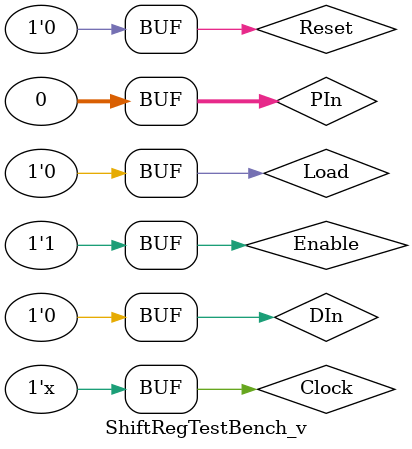
<source format=v>

`timescale		1 ns/1 ps		// Display things in ns, compute them in ps
`define HalfCycle	18.518			// Half of the clock cycle time in nanoseconds
`define Cycle		(`HalfCycle * 2)	// Didn't you learn to multiply?
`define ActiveCycles	65536			// Change this to hold the buttons down for longer!
//-----------------------------------------------------------------------

module ShiftRegTestBench_v;

	// Inputs
	reg [31:0] PIn;
	reg DIn;
	reg Load;
	reg Enable;
	reg Clock;
	reg Reset;

	// Outputs
	wire [31:0] Out;

	//---------------------------------------------------------------
	//	Clock Source
	//		This section will generate a clock signal,
	//		turning it on and off according the HalfCycle
	//		time, in this case it will generate a 27MHz clock
	//		THIS COULD NEVER BE SYNTHESIZED
	//---------------------------------------------------------------
	initial Clock =		1'b0;		// We need to start at 1'b0, otherwise clock will always be 1'bx
	always #(`HalfCycle) Clock =	~Clock;	// Every half clock cycle, invert the clock
	//---------------------------------------------------------------


	// Instantiate the Unit Under Test (UUT)
	ShiftRegister uut (
		.PIn(PIn), 
		.DIn(DIn), 
		.Out(Out), 
		.Load(Load), 
		.Enable(Enable), 
		.Clock(Clock), 
		.Reset(Reset)
	);

	initial begin
		PIn = 32'h00000000;
		Reset = 1'b1;
		Enable = 1'b0;
		DIn = 1'b1;
		Load = 1'b0;
		
		#(`Cycle*20);
		Reset = 1'b0;
		#(`Cycle*2);
		Enable = 1'b1;
		//DIn = 1'b1;
		#(`Cycle*16);
		DIn = 1'b0;
		
		
		#(`Cycle*4);

	end
      
endmodule


</source>
